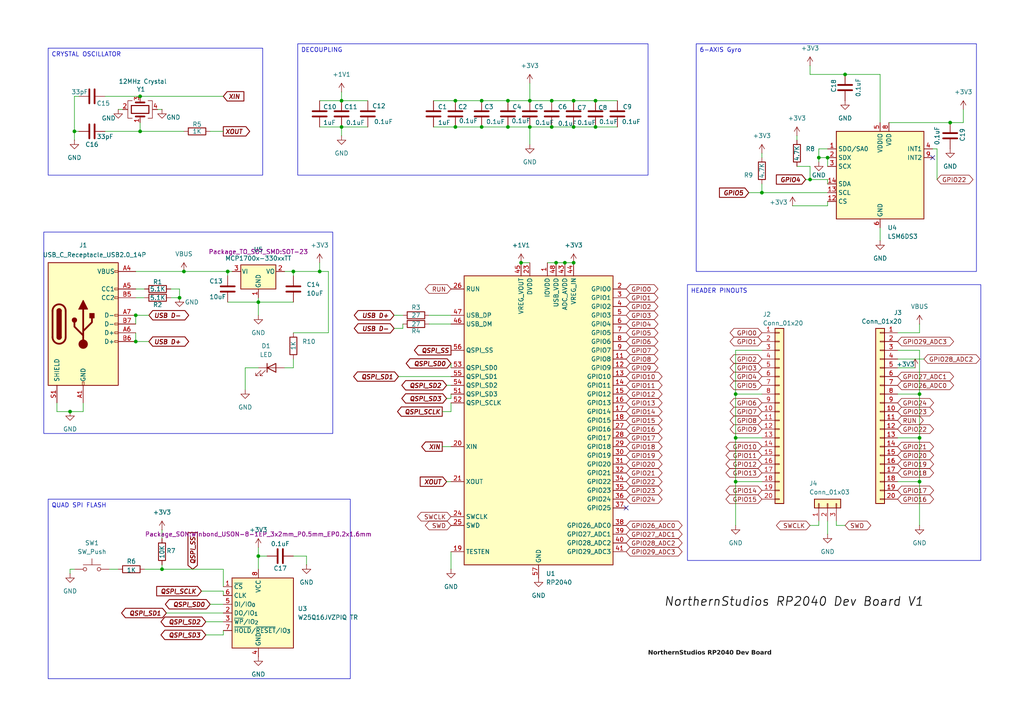
<source format=kicad_sch>
(kicad_sch (version 20250114) (generator "eeschema") (generator_version "9.0")
  (paper "A4")
  (lib_symbols
    (symbol "Connector:USB_C_Receptacle_USB2.0_14P" (pin_names (offset 1.016))
      (property "Reference" "J" (at 0 22.225 0))
      (property "Value" "USB_C_Receptacle_USB2.0_14P" (at 0 19.685 0))
      (symbol "USB_C_Receptacle_USB2.0_14P_1_1"
        (pin passive line (at -7.62 -22.86 90) (length 5.08) (name "SHIELD") (number "S1"))
        (pin passive line (at 0 -22.86 90) (length 5.08) (name "GND") (number "A1"))
        (pin passive line (at 0 -22.86 90) (length 5.08) (hide yes) (name "GND") (number "A12"))
        (pin passive line (at 0 -22.86 90) (length 5.08) (hide yes) (name "GND") (number "B1"))
        (pin passive line (at 0 -22.86 90) (length 5.08) (hide yes) (name "GND") (number "B12"))
        (pin passive line (at 15.24 15.24 180) (length 5.08) (name "VBUS") (number "A4"))
        (pin passive line (at 15.24 15.24 180) (length 5.08) (hide yes) (name "VBUS") (number "A9"))
        (pin passive line (at 15.24 15.24 180) (length 5.08) (hide yes) (name "VBUS") (number "B4"))
        (pin passive line (at 15.24 15.24 180) (length 5.08) (hide yes) (name "VBUS") (number "B9"))
        (pin bidirectional line (at 15.24 10.16 180) (length 5.08) (name "CC1") (number "A5"))
        (pin bidirectional line (at 15.24 7.62 180) (length 5.08) (name "CC2") (number "B5"))
        (pin bidirectional line (at 15.24 2.54 180) (length 5.08) (name "D-") (number "A7"))
        (pin bidirectional line (at 15.24 0 180) (length 5.08) (name "D-") (number "B7"))
        (pin bidirectional line (at 15.24 -2.54 180) (length 5.08) (name "D+") (number "A6"))
        (pin bidirectional line (at 15.24 -5.08 180) (length 5.08) (name "D+") (number "B6"))
      )
    )
    (symbol "Connector_Generic:Conn_01x03" (pin_names (offset 1.016) (hide yes))
      (property "Reference" "J" (at 0 5.08 0))
      (property "Value" "Conn_01x03" (at 0 -5.08 0))
      (symbol "Conn_01x03_1_1"
        (pin passive line (at -5.08 2.54 0) (length 3.81) (name "Pin_1") (number "1"))
        (pin passive line (at -5.08 0 0) (length 3.81) (name "Pin_2") (number "2"))
        (pin passive line (at -5.08 -2.54 0) (length 3.81) (name "Pin_3") (number "3"))
      )
    )
    (symbol "Connector_Generic:Conn_01x20" (pin_names (offset 1.016) (hide yes))
      (property "Reference" "J" (at 0 25.4 0))
      (property "Value" "Conn_01x20" (at 0 -27.94 0))
      (symbol "Conn_01x20_1_1"
        (pin passive line (at -5.08 22.86 0) (length 3.81) (name "Pin_1") (number "1"))
        (pin passive line (at -5.08 20.32 0) (length 3.81) (name "Pin_2") (number "2"))
        (pin passive line (at -5.08 17.78 0) (length 3.81) (name "Pin_3") (number "3"))
        (pin passive line (at -5.08 15.24 0) (length 3.81) (name "Pin_4") (number "4"))
        (pin passive line (at -5.08 12.7 0) (length 3.81) (name "Pin_5") (number "5"))
        (pin passive line (at -5.08 10.16 0) (length 3.81) (name "Pin_6") (number "6"))
        (pin passive line (at -5.08 7.62 0) (length 3.81) (name "Pin_7") (number "7"))
        (pin passive line (at -5.08 5.08 0) (length 3.81) (name "Pin_8") (number "8"))
        (pin passive line (at -5.08 2.54 0) (length 3.81) (name "Pin_9") (number "9"))
        (pin passive line (at -5.08 0 0) (length 3.81) (name "Pin_10") (number "10"))
        (pin passive line (at -5.08 -2.54 0) (length 3.81) (name "Pin_11") (number "11"))
        (pin passive line (at -5.08 -5.08 0) (length 3.81) (name "Pin_12") (number "12"))
        (pin passive line (at -5.08 -7.62 0) (length 3.81) (name "Pin_13") (number "13"))
        (pin passive line (at -5.08 -10.16 0) (length 3.81) (name "Pin_14") (number "14"))
        (pin passive line (at -5.08 -12.7 0) (length 3.81) (name "Pin_15") (number "15"))
        (pin passive line (at -5.08 -15.24 0) (length 3.81) (name "Pin_16") (number "16"))
        (pin passive line (at -5.08 -17.78 0) (length 3.81) (name "Pin_17") (number "17"))
        (pin passive line (at -5.08 -20.32 0) (length 3.81) (name "Pin_18") (number "18"))
        (pin passive line (at -5.08 -22.86 0) (length 3.81) (name "Pin_19") (number "19"))
        (pin passive line (at -5.08 -25.4 0) (length 3.81) (name "Pin_20") (number "20"))
      )
    )
    (symbol "Device:C" (pin_numbers (hide yes)) (pin_names (offset 0.254))
      (property "Reference" "C" (at 0.635 2.54 0))
      (property "Value" "C" (at 0.635 -2.54 0))
      (symbol "C_1_1"
        (pin passive line (at 0 3.81 270) (length 2.794) (name "~") (number "1"))
        (pin passive line (at 0 -3.81 90) (length 2.794) (name "~") (number "2"))
      )
    )
    (symbol "Device:Crystal_GND24" (pin_names (offset 1.016) (hide yes))
      (property "Reference" "Y" (at 3.175 5.08 0))
      (property "Value" "Crystal_GND24" (at 3.175 3.175 0))
      (symbol "Crystal_GND24_1_1"
        (pin passive line (at -3.81 0 0) (length 1.27) (name "1") (number "1"))
        (pin passive line (at 0 5.08 270) (length 1.27) (name "2") (number "2"))
        (pin passive line (at 0 -5.08 90) (length 1.27) (name "4") (number "4"))
        (pin passive line (at 3.81 0 180) (length 1.27) (name "3") (number "3"))
      )
    )
    (symbol "Device:LED" (pin_numbers (hide yes)) (pin_names (offset 1.016) (hide yes))
      (property "Reference" "D" (at 0 2.54 0))
      (property "Value" "LED" (at 0 -2.54 0))
      (symbol "LED_1_1"
        (pin passive line (at -3.81 0 0) (length 2.54) (name "K") (number "1"))
        (pin passive line (at 3.81 0 180) (length 2.54) (name "A") (number "2"))
      )
    )
    (symbol "Device:R" (pin_numbers (hide yes)) (pin_names (offset 0))
      (property "Reference" "R" (at 2.032 0 90))
      (property "Value" "R" (at 0 0 90))
      (symbol "R_1_1"
        (pin passive line (at 0 3.81 270) (length 1.27) (name "~") (number "1"))
        (pin passive line (at 0 -3.81 90) (length 1.27) (name "~") (number "2"))
      )
    )
    (symbol "MCU_RaspberryPi:RP2040"
      (property "Reference" "U" (at 17.78 45.72 0))
      (property "Value" "RP2040" (at 17.78 43.18 0))
      (symbol "RP2040_1_1"
        (pin input line (at -25.4 38.1 0) (length 3.81) (name "RUN") (number "26"))
        (pin bidirectional line (at -25.4 30.48 0) (length 3.81) (name "USB_DP") (number "47"))
        (pin bidirectional line (at -25.4 27.94 0) (length 3.81) (name "USB_DM") (number "46"))
        (pin bidirectional line (at -25.4 20.32 0) (length 3.81) (name "QSPI_SS") (number "56"))
        (pin bidirectional line (at -25.4 15.24 0) (length 3.81) (name "QSPI_SD0") (number "53"))
        (pin bidirectional line (at -25.4 12.7 0) (length 3.81) (name "QSPI_SD1") (number "55"))
        (pin bidirectional line (at -25.4 10.16 0) (length 3.81) (name "QSPI_SD2") (number "54"))
        (pin bidirectional line (at -25.4 7.62 0) (length 3.81) (name "QSPI_SD3") (number "51"))
        (pin output line (at -25.4 5.08 0) (length 3.81) (name "QSPI_SCLK") (number "52"))
        (pin input line (at -25.4 -7.62 0) (length 3.81) (name "XIN") (number "20"))
        (pin passive line (at -25.4 -17.78 0) (length 3.81) (name "XOUT") (number "21"))
        (pin input line (at -25.4 -27.94 0) (length 3.81) (name "SWCLK") (number "24"))
        (pin bidirectional line (at -25.4 -30.48 0) (length 3.81) (name "SWD") (number "25"))
        (pin input line (at -25.4 -38.1 0) (length 3.81) (name "TESTEN") (number "19"))
        (pin power_out line (at -5.08 45.72 270) (length 3.81) (name "VREG_VOUT") (number "45"))
        (pin power_in line (at -2.54 45.72 270) (length 3.81) (name "DVDD") (number "23"))
        (pin passive line (at -2.54 45.72 270) (length 3.81) (hide yes) (name "DVDD") (number "50"))
        (pin power_in line (at 0 -45.72 90) (length 3.81) (name "GND") (number "57"))
        (pin power_in line (at 2.54 45.72 270) (length 3.81) (name "IOVDD") (number "1"))
        (pin passive line (at 2.54 45.72 270) (length 3.81) (hide yes) (name "IOVDD") (number "10"))
        (pin passive line (at 2.54 45.72 270) (length 3.81) (hide yes) (name "IOVDD") (number "22"))
        (pin passive line (at 2.54 45.72 270) (length 3.81) (hide yes) (name "IOVDD") (number "33"))
        (pin passive line (at 2.54 45.72 270) (length 3.81) (hide yes) (name "IOVDD") (number "42"))
        (pin passive line (at 2.54 45.72 270) (length 3.81) (hide yes) (name "IOVDD") (number "49"))
        (pin power_in line (at 5.08 45.72 270) (length 3.81) (name "USB_VDD") (number "48"))
        (pin power_in line (at 7.62 45.72 270) (length 3.81) (name "ADC_AVDD") (number "43"))
        (pin power_in line (at 10.16 45.72 270) (length 3.81) (name "VREG_IN") (number "44"))
        (pin bidirectional line (at 25.4 38.1 180) (length 3.81) (name "GPIO0") (number "2"))
        (pin bidirectional line (at 25.4 35.56 180) (length 3.81) (name "GPIO1") (number "3"))
        (pin bidirectional line (at 25.4 33.02 180) (length 3.81) (name "GPIO2") (number "4"))
        (pin bidirectional line (at 25.4 30.48 180) (length 3.81) (name "GPIO3") (number "5"))
        (pin bidirectional line (at 25.4 27.94 180) (length 3.81) (name "GPIO4") (number "6"))
        (pin bidirectional line (at 25.4 25.4 180) (length 3.81) (name "GPIO5") (number "7"))
        (pin bidirectional line (at 25.4 22.86 180) (length 3.81) (name "GPIO6") (number "8"))
        (pin bidirectional line (at 25.4 20.32 180) (length 3.81) (name "GPIO7") (number "9"))
        (pin bidirectional line (at 25.4 17.78 180) (length 3.81) (name "GPIO8") (number "11"))
        (pin bidirectional line (at 25.4 15.24 180) (length 3.81) (name "GPIO9") (number "12"))
        (pin bidirectional line (at 25.4 12.7 180) (length 3.81) (name "GPIO10") (number "13"))
        (pin bidirectional line (at 25.4 10.16 180) (length 3.81) (name "GPIO11") (number "14"))
        (pin bidirectional line (at 25.4 7.62 180) (length 3.81) (name "GPIO12") (number "15"))
        (pin bidirectional line (at 25.4 5.08 180) (length 3.81) (name "GPIO13") (number "16"))
        (pin bidirectional line (at 25.4 2.54 180) (length 3.81) (name "GPIO14") (number "17"))
        (pin bidirectional line (at 25.4 0 180) (length 3.81) (name "GPIO15") (number "18"))
        (pin bidirectional line (at 25.4 -2.54 180) (length 3.81) (name "GPIO16") (number "27"))
        (pin bidirectional line (at 25.4 -5.08 180) (length 3.81) (name "GPIO17") (number "28"))
        (pin bidirectional line (at 25.4 -7.62 180) (length 3.81) (name "GPIO18") (number "29"))
        (pin bidirectional line (at 25.4 -10.16 180) (length 3.81) (name "GPIO19") (number "30"))
        (pin bidirectional line (at 25.4 -12.7 180) (length 3.81) (name "GPIO20") (number "31"))
        (pin bidirectional line (at 25.4 -15.24 180) (length 3.81) (name "GPIO21") (number "32"))
        (pin bidirectional line (at 25.4 -17.78 180) (length 3.81) (name "GPIO22") (number "34"))
        (pin bidirectional line (at 25.4 -20.32 180) (length 3.81) (name "GPIO23") (number "35"))
        (pin bidirectional line (at 25.4 -22.86 180) (length 3.81) (name "GPIO24") (number "36"))
        (pin bidirectional line (at 25.4 -25.4 180) (length 3.81) (name "GPIO25") (number "37"))
        (pin bidirectional line (at 25.4 -30.48 180) (length 3.81) (name "GPIO26_ADC0") (number "38"))
        (pin bidirectional line (at 25.4 -33.02 180) (length 3.81) (name "GPIO27_ADC1") (number "39"))
        (pin bidirectional line (at 25.4 -35.56 180) (length 3.81) (name "GPIO28_ADC2") (number "40"))
        (pin bidirectional line (at 25.4 -38.1 180) (length 3.81) (name "GPIO29_ADC3") (number "41"))
      )
    )
    (symbol "Memory_Flash:W25Q128JVS"
      (property "Reference" "U" (at -6.35 11.43 0))
      (property "Value" "W25Q128JVS" (at 7.62 11.43 0))
      (symbol "W25Q128JVS_1_1"
        (pin input line (at -10.16 7.62 0) (length 2.54) (name "~{CS}") (number "1"))
        (pin input line (at -10.16 5.08 0) (length 2.54) (name "CLK") (number "6"))
        (pin bidirectional line (at -10.16 2.54 0) (length 2.54) (name "DI/IO_{0}") (number "5"))
        (pin bidirectional line (at -10.16 0 0) (length 2.54) (name "DO/IO_{1}") (number "2"))
        (pin bidirectional line (at -10.16 -2.54 0) (length 2.54) (name "~{WP}/IO_{2}") (number "3"))
        (pin bidirectional line (at -10.16 -5.08 0) (length 2.54) (name "~{HOLD}/~{RESET}/IO_{3}") (number "7"))
        (pin power_in line (at 0 12.7 270) (length 2.54) (name "VCC") (number "8"))
        (pin power_in line (at 0 -12.7 90) (length 2.54) (name "GND") (number "4"))
      )
    )
    (symbol "Regulator_Linear:MCP1700x-330xxTT" (pin_names (offset 0.254))
      (property "Reference" "U" (at -3.81 3.175 0))
      (property "Value" "MCP1700x-330xxTT" (at 0 3.175 0))
      (symbol "MCP1700x-330xxTT_1_1"
        (pin power_in line (at -7.62 0 0) (length 2.54) (name "VI") (number "3"))
        (pin power_in line (at 0 -7.62 90) (length 2.54) (name "GND") (number "1"))
        (pin power_out line (at 7.62 0 180) (length 2.54) (name "VO") (number "2"))
      )
    )
    (symbol "Sensor_Motion:LSM6DS3"
      (property "Reference" "U" (at -11.43 15.24 0))
      (property "Value" "LSM6DS3" (at -11.43 12.7 0))
      (symbol "LSM6DS3_1_1"
        (pin bidirectional line (at -15.24 7.62 0) (length 2.54) (name "SDO/SA0") (number "1"))
        (pin bidirectional line (at -15.24 5.08 0) (length 2.54) (name "SDX") (number "2"))
        (pin input line (at -15.24 2.54 0) (length 2.54) (name "SCX") (number "3"))
        (pin bidirectional line (at -15.24 -2.54 0) (length 2.54) (name "SDA") (number "14"))
        (pin input line (at -15.24 -5.08 0) (length 2.54) (name "SCL") (number "13"))
        (pin input line (at -15.24 -7.62 0) (length 2.54) (name "CS") (number "12"))
        (pin power_in line (at 0 15.24 270) (length 2.54) (name "VDDIO") (number "5"))
        (pin power_in line (at 0 -15.24 90) (length 2.54) (name "GND") (number "6"))
        (pin passive line (at 0 -15.24 90) (length 2.54) (hide yes) (name "GND") (number "7"))
        (pin power_in line (at 2.54 15.24 270) (length 2.54) (name "VDD") (number "8"))
        (pin no_connect line (at 12.7 -2.54 180) (length 3.81) (hide yes) (name "NC") (number "11"))
        (pin no_connect line (at 12.7 -5.08 180) (length 3.81) (hide yes) (name "NC") (number "10"))
        (pin output line (at 15.24 7.62 180) (length 2.54) (name "INT1") (number "4"))
        (pin output line (at 15.24 5.08 180) (length 2.54) (name "INT2") (number "9"))
      )
    )
    (symbol "Switch:SW_Push" (pin_numbers (hide yes)) (pin_names (offset 1.016) (hide yes))
      (property "Reference" "SW" (at 1.27 2.54 0))
      (property "Value" "SW_Push" (at 0 -1.524 0))
      (symbol "SW_Push_0_1"
        (pin passive line (at -5.08 0 0) (length 2.54) (name "1") (number "1"))
        (pin passive line (at 5.08 0 180) (length 2.54) (name "2") (number "2"))
      )
    )
    (symbol "power:+1V1" (power) (pin_numbers (hide yes)) (pin_names (offset 0) (hide yes))
      (property "Value" "+1V1" (at 0 3.556 0))
      (symbol "+1V1_1_1"
        (pin power_in line (at 0 0 90) (length 0) (name "~") (number "1"))
      )
    )
    (symbol "power:+3V3" (power) (pin_numbers (hide yes)) (pin_names (offset 0) (hide yes))
      (property "Value" "+3V3" (at 0 3.556 0))
      (symbol "+3V3_1_1"
        (pin power_in line (at 0 0 90) (length 0) (name "~") (number "1"))
      )
    )
    (symbol "power:GND" (power) (pin_numbers (hide yes)) (pin_names (offset 0) (hide yes))
      (property "Value" "GND" (at 0 -3.81 0))
      (symbol "GND_1_1"
        (pin power_in line (at 0 0 270) (length 0) (name "~") (number "1"))
      )
    )
    (symbol "power:VBUS" (power) (pin_numbers (hide yes)) (pin_names (offset 0) (hide yes))
      (property "Value" "VBUS" (at 0 3.556 0))
      (symbol "VBUS_1_1"
        (pin power_in line (at 0 0 90) (length 0) (name "~") (number "1"))
      )
    )
  )
  (text_box "QUAD SPI FLASH" (at 13.97 144.78 0) (size 87.63 52.07) (margins 0.9525 0.9525 0.9525 0.9525) (effects (font (size 1.27 1.27)) (justify left top)))
  (text_box "HEADER PINOUTS" (at 199.39 82.55 0) (size 85.09 80.01) (margins 0.9525 0.9525 0.9525 0.9525) (effects (font (size 1.27 1.27)) (justify left top)))
  (text_box "DECOUPLING" (at 86.36 12.7 0) (size 101.6 38.1) (margins 0.9525 0.9525 0.9525 0.9525) (effects (font (size 1.27 1.27)) (justify left top)))
  (text_box "6-AXIS Gyro\n" (at 201.93 12.7 0) (size 81.28 66.04) (margins 0.9525 0.9525 0.9525 0.9525) (effects (font (size 1.27 1.27)) (justify left top)))
  (text_box "" (at 12.7 67.31 0) (size 83.82 58.42) (margins 0.9525 0.9525 0.9525 0.9525) (effects (font (size 1.27 1.27)) (justify left top)))
  (text_box "CRYSTAL OSCILLATOR\n" (at 13.97 13.97 0) (size 62.23 36.83) (margins 0.9525 0.9525 0.9525 0.9525) (effects (font (size 1.27 1.27)) (justify left top)))
  (junction (at 213.36 127))
  (junction (at 160.02 36.83))
  (junction (at 20.32 119.38))
  (junction (at 266.7 114.3))
  (junction (at 172.72 36.83))
  (junction (at 160.02 29.21))
  (junction (at 240.03 45.72))
  (junction (at 139.7 29.21))
  (junction (at 85.09 78.74))
  (junction (at 99.06 36.83))
  (junction (at 213.36 139.7))
  (junction (at 153.67 36.83))
  (junction (at 266.7 127))
  (junction (at 151.13 76.2))
  (junction (at 237.49 45.72))
  (junction (at 52.07 86.36))
  (junction (at 245.11 21.59))
  (junction (at 92.71 78.74))
  (junction (at 234.95 52.07))
  (junction (at 74.93 161.29))
  (junction (at 147.32 36.83))
  (junction (at 213.36 114.3))
  (junction (at 139.7 36.83))
  (junction (at 161.29 76.2))
  (junction (at 39.37 99.06))
  (junction (at 166.37 29.21))
  (junction (at 99.06 29.21))
  (junction (at 46.99 165.1))
  (junction (at 74.93 87.63))
  (junction (at 172.72 29.21))
  (junction (at 147.32 29.21))
  (junction (at 53.34 78.74))
  (junction (at 21.59 38.1))
  (junction (at 153.67 29.21))
  (junction (at 275.59 35.56))
  (junction (at 163.83 76.2))
  (junction (at 166.37 76.2))
  (junction (at 220.98 55.88))
  (junction (at 66.04 78.74))
  (junction (at 39.37 91.44))
  (junction (at 40.64 38.1))
  (junction (at 40.64 27.94))
  (junction (at 266.7 139.7))
  (junction (at 166.37 36.83))
  (junction (at 132.08 29.21))
  (junction (at 132.08 36.83))
  (no_connect (at 270.51 45.72))
  (no_connect (at 181.61 147.32))
  (wire (pts (xy 125.73 36.83) (xy 132.08 36.83)))
  (wire (pts (xy 39.37 99.06) (xy 43.18 99.06)))
  (wire (pts (xy 64.77 165.1) (xy 64.77 170.18)))
  (wire (pts (xy 266.7 101.6) (xy 266.7 114.3)))
  (wire (pts (xy 163.83 76.2) (xy 166.37 76.2)))
  (wire (pts (xy 114.3 91.44) (xy 116.84 91.44)))
  (wire (pts (xy 21.59 27.94) (xy 21.59 38.1)))
  (wire (pts (xy 153.67 29.21) (xy 160.02 29.21)))
  (wire (pts (xy 242.57 151.13) (xy 242.57 152.4)))
  (wire (pts (xy 213.36 127) (xy 213.36 139.7)))
  (wire (pts (xy 74.93 87.63) (xy 85.09 87.63)))
  (wire (pts (xy 151.13 76.2) (xy 153.67 76.2)))
  (wire (pts (xy 20.32 165.1) (xy 20.32 166.37)))
  (wire (pts (xy 39.37 96.52) (xy 39.37 99.06)))
  (wire (pts (xy 46.99 165.1) (xy 64.77 165.1)))
  (wire (pts (xy 257.81 35.56) (xy 275.59 35.56)))
  (wire (pts (xy 71.12 106.68) (xy 71.12 113.03)))
  (wire (pts (xy 266.7 127) (xy 266.7 139.7)))
  (wire (pts (xy 220.98 53.34) (xy 220.98 55.88)))
  (wire (pts (xy 40.64 35.56) (xy 40.64 38.1)))
  (wire (pts (xy 24.13 116.84) (xy 24.13 119.38)))
  (wire (pts (xy 213.36 127) (xy 220.98 127)))
  (wire (pts (xy 31.75 165.1) (xy 34.29 165.1)))
  (wire (pts (xy 130.81 91.44) (xy 124.46 91.44)))
  (wire (pts (xy 130.81 114.3) (xy 130.81 115.57)))
  (wire (pts (xy 30.48 27.94) (xy 40.64 27.94)))
  (wire (pts (xy 41.91 165.1) (xy 46.99 165.1)))
  (wire (pts (xy 116.84 95.25) (xy 116.84 93.98)))
  (wire (pts (xy 130.81 119.38) (xy 130.81 116.84)))
  (wire (pts (xy 49.53 86.36) (xy 52.07 86.36)))
  (wire (pts (xy 85.09 78.74) (xy 92.71 78.74)))
  (wire (pts (xy 21.59 38.1) (xy 21.59 40.64)))
  (wire (pts (xy 153.67 36.83) (xy 153.67 41.91)))
  (wire (pts (xy 130.81 105.41) (xy 130.81 106.68)))
  (wire (pts (xy 53.34 78.74) (xy 66.04 78.74)))
  (wire (pts (xy 114.3 95.25) (xy 116.84 95.25)))
  (wire (pts (xy 60.96 38.1) (xy 64.77 38.1)))
  (wire (pts (xy 125.73 29.21) (xy 132.08 29.21)))
  (wire (pts (xy 128.27 119.38) (xy 130.81 119.38)))
  (wire (pts (xy 160.02 29.21) (xy 166.37 29.21)))
  (wire (pts (xy 22.86 27.94) (xy 21.59 27.94)))
  (wire (pts (xy 92.71 78.74) (xy 92.71 76.2)))
  (wire (pts (xy 158.75 76.2) (xy 161.29 76.2)))
  (wire (pts (xy 92.71 36.83) (xy 99.06 36.83)))
  (wire (pts (xy 46.99 153.67) (xy 46.99 156.21)))
  (wire (pts (xy 242.57 152.4) (xy 245.11 152.4)))
  (wire (pts (xy 240.03 58.42) (xy 240.03 59.69)))
  (wire (pts (xy 266.7 114.3) (xy 266.7 127)))
  (wire (pts (xy 64.77 171.45) (xy 64.77 172.72)))
  (wire (pts (xy 21.59 165.1) (xy 20.32 165.1)))
  (wire (pts (xy 255.27 21.59) (xy 255.27 35.56)))
  (wire (pts (xy 129.54 111.76) (xy 130.81 111.76)))
  (wire (pts (xy 260.35 96.52) (xy 266.7 96.52)))
  (wire (pts (xy 99.06 29.21) (xy 106.68 29.21)))
  (wire (pts (xy 234.95 52.07) (xy 234.95 48.26)))
  (wire (pts (xy 153.67 36.83) (xy 160.02 36.83)))
  (wire (pts (xy 237.49 43.18) (xy 237.49 45.72)))
  (wire (pts (xy 48.26 177.8) (xy 64.77 177.8)))
  (wire (pts (xy 74.93 161.29) (xy 74.93 165.1)))
  (wire (pts (xy 245.11 21.59) (xy 234.95 21.59)))
  (wire (pts (xy 59.69 180.34) (xy 64.77 180.34)))
  (wire (pts (xy 74.93 91.44) (xy 74.93 87.63)))
  (wire (pts (xy 85.09 78.74) (xy 85.09 80.01)))
  (wire (pts (xy 166.37 29.21) (xy 172.72 29.21)))
  (wire (pts (xy 237.49 151.13) (xy 237.49 152.4)))
  (wire (pts (xy 229.87 59.69) (xy 240.03 59.69)))
  (wire (pts (xy 130.81 160.02) (xy 130.81 165.1)))
  (wire (pts (xy 255.27 21.59) (xy 245.11 21.59)))
  (wire (pts (xy 39.37 91.44) (xy 39.37 93.98)))
  (wire (pts (xy 213.36 114.3) (xy 213.36 127)))
  (wire (pts (xy 45.72 31.75) (xy 46.99 31.75)))
  (wire (pts (xy 20.32 119.38) (xy 16.51 119.38)))
  (wire (pts (xy 139.7 29.21) (xy 147.32 29.21)))
  (wire (pts (xy 74.93 161.29) (xy 77.47 161.29)))
  (wire (pts (xy 74.93 106.68) (xy 71.12 106.68)))
  (wire (pts (xy 66.04 87.63) (xy 74.93 87.63)))
  (wire (pts (xy 99.06 36.83) (xy 99.06 39.37)))
  (wire (pts (xy 85.09 104.14) (xy 85.09 106.68)))
  (wire (pts (xy 132.08 36.83) (xy 139.7 36.83)))
  (wire (pts (xy 234.95 48.26) (xy 231.14 48.26)))
  (wire (pts (xy 49.53 83.82) (xy 52.07 83.82)))
  (wire (pts (xy 24.13 119.38) (xy 20.32 119.38)))
  (wire (pts (xy 64.77 184.15) (xy 64.77 182.88)))
  (wire (pts (xy 237.49 152.4) (xy 234.95 152.4)))
  (wire (pts (xy 130.81 115.57) (xy 129.54 115.57)))
  (wire (pts (xy 129.54 139.7) (xy 130.81 139.7)))
  (wire (pts (xy 39.37 86.36) (xy 41.91 86.36)))
  (wire (pts (xy 21.59 38.1) (xy 22.86 38.1)))
  (wire (pts (xy 66.04 78.74) (xy 67.31 78.74)))
  (wire (pts (xy 92.71 29.21) (xy 99.06 29.21)))
  (wire (pts (xy 74.93 158.75) (xy 74.93 161.29)))
  (wire (pts (xy 92.71 78.74) (xy 95.25 78.74)))
  (wire (pts (xy 30.48 38.1) (xy 40.64 38.1)))
  (wire (pts (xy 128.27 129.54) (xy 130.81 129.54)))
  (wire (pts (xy 34.29 31.75) (xy 35.56 31.75)))
  (wire (pts (xy 213.36 114.3) (xy 220.98 114.3)))
  (wire (pts (xy 240.03 43.18) (xy 237.49 43.18)))
  (wire (pts (xy 85.09 161.29) (xy 88.9 161.29)))
  (wire (pts (xy 99.06 26.67) (xy 99.06 29.21)))
  (wire (pts (xy 74.93 87.63) (xy 74.93 86.36)))
  (wire (pts (xy 85.09 106.68) (xy 82.55 106.68)))
  (wire (pts (xy 124.46 93.98) (xy 130.81 93.98)))
  (wire (pts (xy 231.14 39.37) (xy 231.14 40.64)))
  (wire (pts (xy 161.29 76.2) (xy 163.83 76.2)))
  (wire (pts (xy 220.98 101.6) (xy 213.36 101.6)))
  (wire (pts (xy 266.7 139.7) (xy 266.7 152.4)))
  (wire (pts (xy 260.35 127) (xy 266.7 127)))
  (wire (pts (xy 234.95 21.59) (xy 234.95 19.05)))
  (wire (pts (xy 260.35 106.68) (xy 265.43 106.68)))
  (wire (pts (xy 234.95 52.07) (xy 240.03 52.07)))
  (wire (pts (xy 266.7 96.52) (xy 266.7 93.98)))
  (wire (pts (xy 240.03 52.07) (xy 240.03 53.34)))
  (wire (pts (xy 147.32 29.21) (xy 153.67 29.21)))
  (wire (pts (xy 240.03 151.13) (xy 240.03 154.94)))
  (wire (pts (xy 40.64 27.94) (xy 64.77 27.94)))
  (wire (pts (xy 95.25 78.74) (xy 95.25 96.52)))
  (wire (pts (xy 39.37 78.74) (xy 53.34 78.74)))
  (wire (pts (xy 260.35 139.7) (xy 266.7 139.7)))
  (wire (pts (xy 82.55 78.74) (xy 85.09 78.74)))
  (wire (pts (xy 39.37 91.44) (xy 43.18 91.44)))
  (wire (pts (xy 166.37 36.83) (xy 172.72 36.83)))
  (wire (pts (xy 153.67 24.13) (xy 153.67 29.21)))
  (wire (pts (xy 59.69 184.15) (xy 64.77 184.15)))
  (wire (pts (xy 66.04 78.74) (xy 66.04 80.01)))
  (wire (pts (xy 279.4 35.56) (xy 279.4 31.75)))
  (wire (pts (xy 213.36 101.6) (xy 213.36 114.3)))
  (wire (pts (xy 255.27 66.04) (xy 255.27 69.85)))
  (wire (pts (xy 217.17 55.88) (xy 220.98 55.88)))
  (wire (pts (xy 172.72 29.21) (xy 179.07 29.21)))
  (wire (pts (xy 233.68 52.07) (xy 234.95 52.07)))
  (wire (pts (xy 99.06 36.83) (xy 106.68 36.83)))
  (wire (pts (xy 220.98 44.45) (xy 220.98 45.72)))
  (wire (pts (xy 160.02 36.83) (xy 166.37 36.83)))
  (wire (pts (xy 220.98 55.88) (xy 240.03 55.88)))
  (wire (pts (xy 139.7 36.83) (xy 147.32 36.83)))
  (wire (pts (xy 213.36 139.7) (xy 213.36 152.4)))
  (wire (pts (xy 260.35 101.6) (xy 266.7 101.6)))
  (wire (pts (xy 147.32 36.83) (xy 153.67 36.83)))
  (wire (pts (xy 60.96 175.26) (xy 64.77 175.26)))
  (wire (pts (xy 16.51 119.38) (xy 16.51 116.84)))
  (wire (pts (xy 40.64 38.1) (xy 53.34 38.1)))
  (wire (pts (xy 52.07 83.82) (xy 52.07 86.36)))
  (wire (pts (xy 88.9 161.29) (xy 88.9 163.83)))
  (wire (pts (xy 132.08 29.21) (xy 139.7 29.21)))
  (wire (pts (xy 275.59 35.56) (xy 279.4 35.56)))
  (wire (pts (xy 237.49 46.99) (xy 237.49 45.72)))
  (wire (pts (xy 237.49 45.72) (xy 240.03 45.72)))
  (wire (pts (xy 270.51 43.18) (xy 271.78 43.18)))
  (wire (pts (xy 58.42 171.45) (xy 64.77 171.45)))
  (wire (pts (xy 213.36 139.7) (xy 220.98 139.7)))
  (wire (pts (xy 260.35 114.3) (xy 266.7 114.3)))
  (wire (pts (xy 271.78 43.18) (xy 271.78 52.07)))
  (wire (pts (xy 172.72 36.83) (xy 179.07 36.83)))
  (wire (pts (xy 95.25 96.52) (xy 85.09 96.52)))
  (wire (pts (xy 240.03 45.72) (xy 240.03 48.26)))
  (wire (pts (xy 115.57 109.22) (xy 130.81 109.22)))
  (wire (pts (xy 39.37 83.82) (xy 41.91 83.82)))
  (wire (pts (xy 260.35 104.14) (xy 267.97 104.14)))
  (wire (pts (xy 46.99 163.83) (xy 46.99 165.1)))
  (label "NorthernStudios RP2040 Dev Board V1" (at 267.97 176.53 180) (effects (font (size 2.54 2.54) (thickness 0.254) (bold yes) (italic yes))))
  (label "NorthernStudios RP2040 Dev Board" (at 187.96 190.5 0) (effects (font (bold yes) (italic yes))))
  (global_label "GPIO28_ADC2" (shape bidirectional) (at 267.97 104.14 0) (property "Intersheetrefs" "${INTERSHEET_REFS}" (effects (hide yes))))
  (global_label "GPIO19" (shape bidirectional) (at 260.35 134.62 0) (property "Intersheetrefs" "${INTERSHEET_REFS}" (effects (hide yes))))
  (global_label "GPIO1" (shape bidirectional) (at 181.61 86.36 0) (property "Intersheetrefs" "${INTERSHEET_REFS}" (effects (hide yes))))
  (global_label "SWD" (shape bidirectional) (at 130.81 152.4 180) (property "Intersheetrefs" "${INTERSHEET_REFS}" (effects (hide yes))))
  (global_label "GPIO14" (shape bidirectional) (at 220.98 142.24 180) (property "Intersheetrefs" "${INTERSHEET_REFS}" (effects (hide yes))))
  (global_label "GPIO4" (shape bidirectional) (at 220.98 109.22 180) (property "Intersheetrefs" "${INTERSHEET_REFS}" (effects (hide yes))))
  (global_label "GPIO22" (shape bidirectional) (at 271.78 52.07 0) (property "Intersheetrefs" "${INTERSHEET_REFS}" (effects (hide yes))))
  (global_label "QSPI_SD3" (shape bidirectional) (at 59.69 184.15 180) (effects (font (thickness 0.254) (bold yes) (italic yes))) (property "Intersheetrefs" "${INTERSHEET_REFS}" (effects (hide yes))))
  (global_label "GPIO24" (shape bidirectional) (at 260.35 116.84 0) (property "Intersheetrefs" "${INTERSHEET_REFS}" (effects (hide yes))))
  (global_label "GPIO3" (shape bidirectional) (at 181.61 91.44 0) (property "Intersheetrefs" "${INTERSHEET_REFS}" (effects (hide yes))))
  (global_label "QSPI_SD0" (shape bidirectional) (at 130.81 105.41 180) (effects (font (thickness 0.254) (bold yes) (italic yes))) (property "Intersheetrefs" "${INTERSHEET_REFS}" (effects (hide yes))))
  (global_label "GPIO10" (shape bidirectional) (at 181.61 109.22 0) (property "Intersheetrefs" "${INTERSHEET_REFS}" (effects (hide yes))))
  (global_label "QSPI_SD2" (shape bidirectional) (at 129.54 111.76 180) (effects (font (thickness 0.254) (bold yes) (italic yes))) (property "Intersheetrefs" "${INTERSHEET_REFS}" (effects (hide yes))))
  (global_label "GPIO22" (shape bidirectional) (at 181.61 139.7 0) (property "Intersheetrefs" "${INTERSHEET_REFS}" (effects (hide yes))))
  (global_label "GPIO7" (shape bidirectional) (at 220.98 119.38 180) (property "Intersheetrefs" "${INTERSHEET_REFS}" (effects (hide yes))))
  (global_label "GPIO16" (shape bidirectional) (at 260.35 144.78 0) (property "Intersheetrefs" "${INTERSHEET_REFS}" (effects (hide yes))))
  (global_label "GPIO2" (shape bidirectional) (at 181.61 88.9 0) (property "Intersheetrefs" "${INTERSHEET_REFS}" (effects (hide yes))))
  (global_label "GPIO6" (shape bidirectional) (at 181.61 99.06 0) (property "Intersheetrefs" "${INTERSHEET_REFS}" (effects (hide yes))))
  (global_label "GPIO28_ADC2" (shape bidirectional) (at 181.61 157.48 0) (property "Intersheetrefs" "${INTERSHEET_REFS}" (effects (hide yes))))
  (global_label "RUN" (shape bidirectional) (at 260.35 121.92 0) (property "Intersheetrefs" "${INTERSHEET_REFS}" (effects (hide yes))))
  (global_label "GPIO19" (shape bidirectional) (at 181.61 132.08 0) (property "Intersheetrefs" "${INTERSHEET_REFS}" (effects (hide yes))))
  (global_label "GPIO27_ADC1" (shape bidirectional) (at 260.35 109.22 0) (property "Intersheetrefs" "${INTERSHEET_REFS}" (effects (hide yes))))
  (global_label "GPIO7" (shape bidirectional) (at 181.61 101.6 0) (property "Intersheetrefs" "${INTERSHEET_REFS}" (effects (hide yes))))
  (global_label "QSPI_SD0" (shape bidirectional) (at 60.96 175.26 180) (effects (font (thickness 0.254) (bold yes) (italic yes))) (property "Intersheetrefs" "${INTERSHEET_REFS}" (effects (hide yes))))
  (global_label "GPIO14" (shape bidirectional) (at 181.61 119.38 0) (property "Intersheetrefs" "${INTERSHEET_REFS}" (effects (hide yes))))
  (global_label "GPIO8" (shape bidirectional) (at 220.98 121.92 180) (property "Intersheetrefs" "${INTERSHEET_REFS}" (effects (hide yes))))
  (global_label "USB D+" (shape bidirectional) (at 43.18 99.06 0) (effects (font (thickness 0.254) (bold yes) (italic yes))) (property "Intersheetrefs" "${INTERSHEET_REFS}" (effects (hide yes))))
  (global_label "GPIO18" (shape bidirectional) (at 181.61 129.54 0) (property "Intersheetrefs" "${INTERSHEET_REFS}" (effects (hide yes))))
  (global_label "GPIO20" (shape bidirectional) (at 260.35 132.08 0) (property "Intersheetrefs" "${INTERSHEET_REFS}" (effects (hide yes))))
  (global_label "GPIO15" (shape bidirectional) (at 220.98 144.78 180) (property "Intersheetrefs" "${INTERSHEET_REFS}" (effects (hide yes))))
  (global_label "GPIO0" (shape bidirectional) (at 220.98 96.52 180) (effects (font (thickness 0.1588))) (property "Intersheetrefs" "${INTERSHEET_REFS}" (effects (hide yes))))
  (global_label "QSPI_SS" (shape output) (at 130.81 101.6 180) (effects (font (thickness 0.254) (bold yes) (italic yes))) (property "Intersheetrefs" "${INTERSHEET_REFS}" (effects (hide yes))))
  (global_label "GPIO16" (shape bidirectional) (at 181.61 124.46 0) (property "Intersheetrefs" "${INTERSHEET_REFS}" (effects (hide yes))))
  (global_label "XIN" (shape output) (at 128.27 129.54 180) (effects (font (thickness 0.254) (bold yes) (italic yes))) (property "Intersheetrefs" "${INTERSHEET_REFS}" (effects (hide yes))))
  (global_label "GPIO6" (shape bidirectional) (at 220.98 116.84 180) (property "Intersheetrefs" "${INTERSHEET_REFS}" (effects (hide yes))))
  (global_label "GPIO0" (shape bidirectional) (at 181.61 83.82 0) (effects (font (thickness 0.1588))) (property "Intersheetrefs" "${INTERSHEET_REFS}" (effects (hide yes))))
  (global_label "GPIO5" (shape input) (at 217.17 55.88 180) (effects (font (thickness 0.254) (bold yes) (italic yes))) (property "Intersheetrefs" "${INTERSHEET_REFS}" (effects (hide yes))))
  (global_label "GPIO21" (shape bidirectional) (at 181.61 137.16 0) (property "Intersheetrefs" "${INTERSHEET_REFS}" (effects (hide yes))))
  (global_label "GPIO26_ADC0" (shape bidirectional) (at 260.35 111.76 0) (property "Intersheetrefs" "${INTERSHEET_REFS}" (effects (hide yes))))
  (global_label "QSPI_SD1" (shape bidirectional) (at 115.57 109.22 180) (effects (font (thickness 0.254) (bold yes) (italic yes))) (property "Intersheetrefs" "${INTERSHEET_REFS}" (effects (hide yes))))
  (global_label "QSPI_SD2" (shape bidirectional) (at 59.69 180.34 180) (effects (font (thickness 0.254) (bold yes) (italic yes))) (property "Intersheetrefs" "${INTERSHEET_REFS}" (effects (hide yes))))
  (global_label "SWCLK" (shape bidirectional) (at 234.95 152.4 180) (property "Intersheetrefs" "${INTERSHEET_REFS}" (effects (hide yes))))
  (global_label "SWCLK" (shape bidirectional) (at 130.81 149.86 180) (property "Intersheetrefs" "${INTERSHEET_REFS}" (effects (hide yes))))
  (global_label "GPIO4" (shape input) (at 233.68 52.07 180) (effects (font (thickness 0.254) (bold yes) (italic yes))) (property "Intersheetrefs" "${INTERSHEET_REFS}" (effects (hide yes))))
  (global_label "GPIO5" (shape bidirectional) (at 181.61 96.52 0) (property "Intersheetrefs" "${INTERSHEET_REFS}" (effects (hide yes))))
  (global_label "GPIO29_ADC3" (shape bidirectional) (at 260.35 99.06 0) (property "Intersheetrefs" "${INTERSHEET_REFS}" (effects (hide yes))))
  (global_label "GPIO10" (shape bidirectional) (at 220.98 129.54 180) (property "Intersheetrefs" "${INTERSHEET_REFS}" (effects (hide yes))))
  (global_label "XOUT" (shape input) (at 129.54 139.7 180) (effects (font (thickness 0.254) (bold yes) (italic yes))) (property "Intersheetrefs" "${INTERSHEET_REFS}" (effects (hide yes))))
  (global_label "QSPI_SD1" (shape bidirectional) (at 48.26 177.8 180) (effects (font (thickness 0.254) (bold yes) (italic yes))) (property "Intersheetrefs" "${INTERSHEET_REFS}" (effects (hide yes))))
  (global_label "GPIO13" (shape bidirectional) (at 220.98 137.16 180) (property "Intersheetrefs" "${INTERSHEET_REFS}" (effects (hide yes))))
  (global_label "GPIO20" (shape bidirectional) (at 181.61 134.62 0) (property "Intersheetrefs" "${INTERSHEET_REFS}" (effects (hide yes))))
  (global_label "GPIO27_ADC1" (shape bidirectional) (at 181.61 154.94 0) (property "Intersheetrefs" "${INTERSHEET_REFS}" (effects (hide yes))))
  (global_label "GPIO17" (shape bidirectional) (at 260.35 142.24 0) (property "Intersheetrefs" "${INTERSHEET_REFS}" (effects (hide yes))))
  (global_label "XOUT" (shape output) (at 64.77 38.1 0) (effects (font (thickness 0.254) (bold yes) (italic yes))) (property "Intersheetrefs" "${INTERSHEET_REFS}" (effects (hide yes))))
  (global_label "GPIO11" (shape bidirectional) (at 220.98 132.08 180) (property "Intersheetrefs" "${INTERSHEET_REFS}" (effects (hide yes))))
  (global_label "GPIO24" (shape bidirectional) (at 181.61 144.78 0) (property "Intersheetrefs" "${INTERSHEET_REFS}" (effects (hide yes))))
  (global_label "GPIO4" (shape bidirectional) (at 181.61 93.98 0) (property "Intersheetrefs" "${INTERSHEET_REFS}" (effects (hide yes))))
  (global_label "QSPI_SD3" (shape bidirectional) (at 129.54 115.57 180) (effects (font (thickness 0.254) (bold yes) (italic yes))) (property "Intersheetrefs" "${INTERSHEET_REFS}" (effects (hide yes))))
  (global_label "QSPI_SCLK" (shape input) (at 58.42 171.45 180) (effects (font (thickness 0.254) (bold yes) (italic yes))) (property "Intersheetrefs" "${INTERSHEET_REFS}" (effects (hide yes))))
  (global_label "GPIO23" (shape bidirectional) (at 181.61 142.24 0) (property "Intersheetrefs" "${INTERSHEET_REFS}" (effects (hide yes))))
  (global_label "USB D-" (shape bidirectional) (at 43.18 91.44 0) (effects (font (thickness 0.254) (bold yes) (italic yes))) (property "Intersheetrefs" "${INTERSHEET_REFS}" (effects (hide yes))))
  (global_label "GPIO5" (shape bidirectional) (at 220.98 111.76 180) (property "Intersheetrefs" "${INTERSHEET_REFS}" (effects (hide yes))))
  (global_label "XIN" (shape input) (at 64.77 27.94 0) (effects (font (thickness 0.254) (bold yes) (italic yes))) (property "Intersheetrefs" "${INTERSHEET_REFS}" (effects (hide yes))))
  (global_label "GPIO12" (shape bidirectional) (at 181.61 114.3 0) (property "Intersheetrefs" "${INTERSHEET_REFS}" (effects (hide yes))))
  (global_label "GPIO26_ADC0" (shape bidirectional) (at 181.61 152.4 0) (property "Intersheetrefs" "${INTERSHEET_REFS}" (effects (hide yes))))
  (global_label "GPIO15" (shape bidirectional) (at 181.61 121.92 0) (property "Intersheetrefs" "${INTERSHEET_REFS}" (effects (hide yes))))
  (global_label "GPIO13" (shape bidirectional) (at 181.61 116.84 0) (property "Intersheetrefs" "${INTERSHEET_REFS}" (effects (hide yes))))
  (global_label "GPIO3" (shape bidirectional) (at 220.98 106.68 180) (property "Intersheetrefs" "${INTERSHEET_REFS}" (effects (hide yes))))
  (global_label "USB D-" (shape bidirectional) (at 114.3 95.25 180) (effects (font (thickness 0.254) (bold yes) (italic yes))) (property "Intersheetrefs" "${INTERSHEET_REFS}" (effects (hide yes))))
  (global_label "QSPI_SCLK" (shape output) (at 128.27 119.38 180) (effects (font (thickness 0.254) (bold yes) (italic yes))) (property "Intersheetrefs" "${INTERSHEET_REFS}" (effects (hide yes))))
  (global_label "GPIO12" (shape bidirectional) (at 220.98 134.62 180) (property "Intersheetrefs" "${INTERSHEET_REFS}" (effects (hide yes))))
  (global_label "GPIO22" (shape bidirectional) (at 260.35 124.46 0) (property "Intersheetrefs" "${INTERSHEET_REFS}" (effects (hide yes))))
  (global_label "GPIO29_ADC3" (shape bidirectional) (at 181.61 160.02 0) (property "Intersheetrefs" "${INTERSHEET_REFS}" (effects (hide yes))))
  (global_label "RUN" (shape bidirectional) (at 130.81 83.82 180) (property "Intersheetrefs" "${INTERSHEET_REFS}" (effects (hide yes))))
  (global_label "GPIO21" (shape bidirectional) (at 260.35 129.54 0) (property "Intersheetrefs" "${INTERSHEET_REFS}" (effects (hide yes))))
  (global_label "USB D+" (shape bidirectional) (at 114.3 91.44 180) (effects (font (thickness 0.254) (bold yes) (italic yes))) (property "Intersheetrefs" "${INTERSHEET_REFS}" (effects (hide yes))))
  (global_label "SWD" (shape bidirectional) (at 245.11 152.4 0) (property "Intersheetrefs" "${INTERSHEET_REFS}" (effects (hide yes))))
  (global_label "GPIO18" (shape bidirectional) (at 260.35 137.16 0) (property "Intersheetrefs" "${INTERSHEET_REFS}" (effects (hide yes))))
  (global_label "GPIO17" (shape bidirectional) (at 181.61 127 0) (property "Intersheetrefs" "${INTERSHEET_REFS}" (effects (hide yes))))
  (global_label "GPIO11" (shape bidirectional) (at 181.61 111.76 0) (property "Intersheetrefs" "${INTERSHEET_REFS}" (effects (hide yes))))
  (global_label "GPIO8" (shape bidirectional) (at 181.61 104.14 0) (property "Intersheetrefs" "${INTERSHEET_REFS}" (effects (hide yes))))
  (global_label "GPIO2" (shape bidirectional) (at 220.98 104.14 180) (property "Intersheetrefs" "${INTERSHEET_REFS}" (effects (hide yes))))
  (global_label "GPIO1" (shape bidirectional) (at 220.98 99.06 180) (property "Intersheetrefs" "${INTERSHEET_REFS}" (effects (hide yes))))
  (global_label "GPIO9" (shape bidirectional) (at 181.61 106.68 0) (property "Intersheetrefs" "${INTERSHEET_REFS}" (effects (hide yes))))
  (global_label "GPIO9" (shape bidirectional) (at 220.98 124.46 180) (property "Intersheetrefs" "${INTERSHEET_REFS}" (effects (hide yes))))
  (global_label "GPIO23" (shape bidirectional) (at 260.35 119.38 0) (property "Intersheetrefs" "${INTERSHEET_REFS}" (effects (hide yes))))
  (global_label "QSPI_SS" (shape input) (at 55.88 165.1 90) (effects (font (thickness 0.254) (bold yes) (italic yes))) (property "Intersheetrefs" "${INTERSHEET_REFS}" (effects (hide yes))))
  (symbol (lib_id "MCU_RaspberryPi:RP2040") (at 156.21 121.92 0) (unit 1)
    (property "Reference" "U1" (at 158.3533 166.37 0) (effects (justify left)))
    (property "Value" "RP2040" (at 158.3533 168.91 0) (effects (justify left)))
    (property "Footprint" "Package_DFN_QFN:QFN-56-1EP_7x7mm_P0.4mm_EP3.2x3.2mm" (effects (hide yes)))
    (property "Datasheet" "https://datasheets.raspberrypi.com/rp2040/rp2040-datasheet.pdf" (effects (hide yes)))
    (property "Description" "A microcontroller by Raspberry Pi" (effects (hide yes)))
  )
  (symbol (lib_id "Device:C") (at 153.67 33.02 0) (unit 1)
    (property "Reference" "C5" (at 154.94 30.988 0) (effects (justify left)))
    (property "Value" "0.1uF" (at 155.194 35.56 0) (effects (justify left)))
    (property "Footprint" "Capacitor_SMD:C_0402_1005Metric" (effects (hide yes)))
    (property "Description" "Unpolarized capacitor" (effects (hide yes)))
  )
  (symbol (lib_id "Device:R") (at 46.99 160.02 0) (unit 1)
    (property "Reference" "R7" (at 48.26 159.766 0) (effects (justify left)))
    (property "Value" "10K" (at 46.99 162.052 90) (effects (justify left)))
    (property "Footprint" "Resistor_SMD:R_0402_1005Metric" (effects (hide yes)))
    (property "Description" "Resistor" (effects (hide yes)))
  )
  (symbol (lib_id "Device:C") (at 132.08 33.02 0) (unit 1)
    (property "Reference" "C2" (at 132.842 30.988 0) (effects (justify left)))
    (property "Value" "0.1uF" (at 133.096 35.052 0) (effects (justify left)))
    (property "Footprint" "Capacitor_SMD:C_0402_1005Metric" (effects (hide yes)))
    (property "Description" "Unpolarized capacitor" (effects (hide yes)))
  )
  (symbol (lib_id "power:GND") (at 99.06 39.37 0) (unit 1)
    (property "Reference" "#PWR05" (effects (hide yes)))
    (property "Value" "GND" (at 99.06 44.45 0))
    (property "Description" "Power symbol creates a global label with name \"GND\" , ground" (effects (hide yes)))
  )
  (symbol (lib_id "power:GND") (at 46.99 31.75 0) (unit 1)
    (property "Reference" "#PWR014" (effects (hide yes)))
    (property "Value" "GND" (at 50.292 34.036 0))
    (property "Description" "Power symbol creates a global label with name \"GND\" , ground" (effects (hide yes)))
  )
  (symbol (lib_id "Sensor_Motion:LSM6DS3") (at 255.27 50.8 0) (unit 1)
    (property "Reference" "U4" (at 257.4133 66.04 0) (effects (justify left)))
    (property "Value" "LSM6DS3" (at 257.4133 68.58 0) (effects (justify left)))
    (property "Footprint" "Package_LGA:LGA-14_3x2.5mm_P0.5mm_LayoutBorder3x4y" (effects (hide yes)))
    (property "Datasheet" "https://www.st.com/resource/en/datasheet/lsm6ds3tr-c.pdf" (effects (hide yes)))
    (property "Description" "I2C/SPI, iNEMO inertial module: always-on 3D accelerometer and 3D gyroscope" (effects (hide yes)))
  )
  (symbol (lib_id "power:GND") (at 20.32 119.38 0) (unit 1)
    (property "Reference" "#PWR08" (effects (hide yes)))
    (property "Value" "GND" (at 20.32 124.46 0))
    (property "Description" "Power symbol creates a global label with name \"GND\" , ground" (effects (hide yes)))
  )
  (symbol (lib_id "power:+3V3") (at 220.98 44.45 0) (unit 1)
    (property "Reference" "#PWR023" (effects (hide yes)))
    (property "Value" "+3V3" (at 220.98 39.37 0))
    (property "Description" "Power symbol creates a global label with name \"+3V3\"" (effects (hide yes)))
  )
  (symbol (lib_id "Device:R") (at 231.14 44.45 0) (unit 1)
    (property "Reference" "R8" (at 233.68 43.1799 0) (effects (justify left)))
    (property "Value" "4.7K" (at 231.14 46.736 90) (effects (justify left)))
    (property "Footprint" "Resistor_SMD:R_0402_1005Metric" (effects (hide yes)))
    (property "Description" "Resistor" (effects (hide yes)))
  )
  (symbol (lib_id "power:+3V3") (at 234.95 19.05 0) (unit 1)
    (property "Reference" "#PWR022" (effects (hide yes)))
    (property "Value" "+3V3" (at 234.95 13.97 0))
    (property "Description" "Power symbol creates a global label with name \"+3V3\"" (effects (hide yes)))
  )
  (symbol (lib_id "Connector_Generic:Conn_01x03") (at 240.03 146.05 90) (unit 1)
    (property "Reference" "J4" (at 234.696 140.208 90) (effects (justify right)))
    (property "Value" "Conn_01x03" (at 234.696 142.748 90) (effects (justify right)))
    (property "Footprint" "Connector_PinHeader_2.54mm:PinHeader_1x03_P2.54mm_Vertical" (effects (hide yes)))
    (property "Description" "Generic connector, single row, 01x03, script generated (kicad-library-utils/schlib/autogen/connector/)" (effects (hide yes)))
  )
  (symbol (lib_id "Device:C") (at 85.09 83.82 0) (unit 1)
    (property "Reference" "C14" (at 88.9 82.5499 0) (effects (justify left)))
    (property "Value" "10uF" (at 88.9 85.0899 0) (effects (justify left)))
    (property "Footprint" "Capacitor_SMD:C_0603_1608Metric" (effects (hide yes)))
    (property "Description" "Unpolarized capacitor" (effects (hide yes)))
  )
  (symbol (lib_id "power:GND") (at 74.93 91.44 0) (unit 1)
    (property "Reference" "#PWR010" (effects (hide yes)))
    (property "Value" "GND" (at 74.93 96.52 0))
    (property "Description" "Power symbol creates a global label with name \"GND\" , ground" (effects (hide yes)))
  )
  (symbol (lib_id "Device:R") (at 220.98 49.53 180) (unit 1)
    (property "Reference" "R9" (at 218.44 50.8001 0) (effects (justify left)))
    (property "Value" "4.7K" (at 220.98 47.244 90) (effects (justify left)))
    (property "Footprint" "Resistor_SMD:R_0402_1005Metric" (effects (hide yes)))
    (property "Description" "Resistor" (effects (hide yes)))
  )
  (symbol (lib_id "Device:R") (at 45.72 83.82 90) (unit 1)
    (property "Reference" "R1" (at 45.72 81.788 90))
    (property "Value" "5.1K" (at 45.72 83.82 90))
    (property "Footprint" "Resistor_SMD:R_0402_1005Metric" (effects (hide yes)))
    (property "Description" "Resistor" (effects (hide yes)))
  )
  (symbol (lib_id "Device:R") (at 57.15 38.1 270) (unit 1)
    (property "Reference" "R5" (at 57.15 36.068 90))
    (property "Value" "1K" (at 57.15 38.1 90))
    (property "Footprint" "Resistor_SMD:R_0402_1005Metric" (effects (hide yes)))
    (property "Description" "Resistor" (effects (hide yes)))
  )
  (symbol (lib_id "power:GND") (at 74.93 190.5 0) (unit 1)
    (property "Reference" "#PWR016" (effects (hide yes)))
    (property "Value" "GND" (at 74.93 195.58 0))
    (property "Description" "Power symbol creates a global label with name \"GND\" , ground" (effects (hide yes)))
  )
  (symbol (lib_id "Device:LED") (at 78.74 106.68 0) (unit 1)
    (property "Reference" "D1" (at 77.1525 100.33 0))
    (property "Value" "LED" (at 77.1525 102.87 0))
    (property "Footprint" "LED_SMD:LED_01005_0402Metric" (effects (hide yes)))
    (property "Description" "Light emitting diode" (effects (hide yes)))
    (property "Sim.Pins" "1=K 2=A" (effects (hide yes)))
  )
  (symbol (lib_id "power:GND") (at 52.07 86.36 0) (unit 1)
    (property "Reference" "#PWR09" (effects (hide yes)))
    (property "Value" "GND" (at 55.626 87.63 0))
    (property "Description" "Power symbol creates a global label with name \"GND\" , ground" (effects (hide yes)))
  )
  (symbol (lib_id "Device:C") (at 139.7 33.02 0) (unit 1)
    (property "Reference" "C3" (at 140.462 30.988 0) (effects (justify left)))
    (property "Value" "0.1uF" (at 140.97 35.306 0) (effects (justify left)))
    (property "Footprint" "Capacitor_SMD:C_0402_1005Metric" (effects (hide yes)))
    (property "Description" "Unpolarized capacitor" (effects (hide yes)))
  )
  (symbol (lib_id "power:GND") (at 71.12 113.03 0) (unit 1)
    (property "Reference" "#PWR036" (effects (hide yes)))
    (property "Value" "GND" (at 71.12 118.11 0))
    (property "Description" "Power symbol creates a global label with name \"GND\" , ground" (effects (hide yes)))
  )
  (symbol (lib_id "Device:Crystal_GND24") (at 40.64 31.75 90) (unit 1)
    (property "Reference" "Y1" (at 40.894 25.908 90))
    (property "Value" "12MHz Crystal" (at 41.402 23.622 90))
    (property "Footprint" "Crystal:Crystal_SMD_3225-4Pin_3.2x2.5mm" (effects (hide yes)))
    (property "Description" "Four pin crystal, GND on pins 2 and 4" (effects (hide yes)))
  )
  (symbol (lib_id "Device:C") (at 26.67 38.1 90) (unit 1)
    (property "Reference" "C16" (at 26.67 41.91 90))
    (property "Value" "33pF" (at 30.48 39.624 90))
    (property "Footprint" "Capacitor_SMD:C_0402_1005Metric" (effects (hide yes)))
    (property "Description" "Unpolarized capacitor" (effects (hide yes)))
  )
  (symbol (lib_id "power:GND") (at 255.27 69.85 0) (unit 1)
    (property "Reference" "#PWR027" (effects (hide yes)))
    (property "Value" "GND" (at 255.27 74.93 0))
    (property "Description" "Power symbol creates a global label with name \"GND\" , ground" (effects (hide yes)))
  )
  (symbol (lib_id "Device:C") (at 147.32 33.02 0) (unit 1)
    (property "Reference" "C4" (at 148.59 30.988 0) (effects (justify left)))
    (property "Value" "0.1uF" (at 148.336 35.052 0) (effects (justify left)))
    (property "Footprint" "Capacitor_SMD:C_0402_1005Metric" (effects (hide yes)))
    (property "Description" "Unpolarized capacitor" (effects (hide yes)))
  )
  (symbol (lib_id "Device:C") (at 106.68 33.02 0) (unit 1)
    (property "Reference" "C12" (at 107.95 30.734 0) (effects (justify left)))
    (property "Value" "0.1uF" (at 108.458 35.306 0) (effects (justify left)))
    (property "Footprint" "Capacitor_SMD:C_0402_1005Metric" (effects (hide yes)))
    (property "Description" "Unpolarized capacitor" (effects (hide yes)))
  )
  (symbol (lib_id "power:VBUS") (at 266.7 93.98 0) (unit 1)
    (property "Reference" "#PWR034" (effects (hide yes)))
    (property "Value" "VBUS" (at 266.7 88.9 0))
    (property "Description" "Power symbol creates a global label with name \"VBUS\"" (effects (hide yes)))
  )
  (symbol (lib_id "Device:C") (at 26.67 27.94 90) (unit 1)
    (property "Reference" "C15" (at 29.972 29.972 90))
    (property "Value" "33pF" (at 23.114 26.67 90))
    (property "Footprint" "Capacitor_SMD:C_0402_1005Metric" (effects (hide yes)))
    (property "Description" "Unpolarized capacitor" (effects (hide yes)))
  )
  (symbol (lib_id "power:+3V3") (at 92.71 76.2 0) (unit 1)
    (property "Reference" "#PWR012" (effects (hide yes)))
    (property "Value" "+3V3" (at 92.71 71.12 0))
    (property "Description" "Power symbol creates a global label with name \"+3V3\"" (effects (hide yes)))
  )
  (symbol (lib_id "power:+3V3") (at 153.67 24.13 0) (unit 1)
    (property "Reference" "#PWR04" (effects (hide yes)))
    (property "Value" "+3V3" (at 153.67 19.05 0))
    (property "Description" "Power symbol creates a global label with name \"+3V3\"" (effects (hide yes)))
  )
  (symbol (lib_id "Device:C") (at 179.07 33.02 0) (unit 1)
    (property "Reference" "C9" (at 180.594 30.988 0) (effects (justify left)))
    (property "Value" "0.1uF" (at 180.34 35.306 0) (effects (justify left)))
    (property "Footprint" "Capacitor_SMD:C_0402_1005Metric" (effects (hide yes)))
    (property "Description" "Unpolarized capacitor" (effects (hide yes)))
  )
  (symbol (lib_id "Device:C") (at 92.71 33.02 0) (unit 1)
    (property "Reference" "C10" (at 93.726 30.988 0) (effects (justify left)))
    (property "Value" "1uF" (at 93.726 35.56 0) (effects (justify left)))
    (property "Footprint" "Capacitor_SMD:C_0402_1005Metric" (effects (hide yes)))
    (property "Description" "Unpolarized capacitor" (effects (hide yes)))
  )
  (symbol (lib_id "Device:C") (at 99.06 33.02 0) (unit 1)
    (property "Reference" "C11" (at 99.822 30.988 0) (effects (justify left)))
    (property "Value" "0.1uF" (at 100.33 35.56 0) (effects (justify left)))
    (property "Footprint" "Capacitor_SMD:C_0402_1005Metric" (effects (hide yes)))
    (property "Description" "Unpolarized capacitor" (effects (hide yes)))
  )
  (symbol (lib_id "Device:C") (at 172.72 33.02 0) (unit 1)
    (property "Reference" "C8" (at 173.482 31.242 0) (effects (justify left)))
    (property "Value" "0.1uF" (at 173.736 35.306 0) (effects (justify left)))
    (property "Footprint" "Capacitor_SMD:C_0402_1005Metric" (effects (hide yes)))
    (property "Description" "Unpolarized capacitor" (effects (hide yes)))
  )
  (symbol (lib_id "Connector_Generic:Conn_01x20") (at 226.06 119.38 0) (unit 1)
    (property "Reference" "J2" (at 221.234 91.186 0) (effects (justify left)))
    (property "Value" "Conn_01x20" (at 221.234 93.726 0) (effects (justify left)))
    (property "Footprint" "Connector_PinHeader_2.54mm:PinHeader_1x20_P2.54mm_Vertical" (effects (hide yes)))
    (property "Description" "Generic connector, single row, 01x20, script generated (kicad-library-utils/schlib/autogen/connector/)" (effects (hide yes)))
  )
  (symbol (lib_id "power:+3V3") (at 279.4 31.75 0) (unit 1)
    (property "Reference" "#PWR029" (effects (hide yes)))
    (property "Value" "+3V3" (at 279.4 26.67 0))
    (property "Description" "Power symbol creates a global label with name \"+3V3\"" (effects (hide yes)))
  )
  (symbol (lib_id "power:GND") (at 34.29 31.75 0) (unit 1)
    (property "Reference" "#PWR013" (effects (hide yes)))
    (property "Value" "GND" (at 31.496 34.29 0))
    (property "Description" "Power symbol creates a global label with name \"GND\" , ground" (effects (hide yes)))
  )
  (symbol (lib_id "power:+1V1") (at 151.13 76.2 0) (unit 1)
    (property "Reference" "#PWR01" (effects (hide yes)))
    (property "Value" "+1V1" (at 151.13 71.12 0))
    (property "Description" "Power symbol creates a global label with name \"+1V1\"" (effects (hide yes)))
  )
  (symbol (lib_id "Device:R") (at 38.1 165.1 270) (unit 1)
    (property "Reference" "R6" (at 38.1 162.814 90))
    (property "Value" "1K" (at 38.1 165.354 90))
    (property "Footprint" "Resistor_SMD:R_0402_1005Metric" (effects (hide yes)))
    (property "Description" "Resistor" (effects (hide yes)))
  )
  (symbol (lib_id "power:+3V3") (at 229.87 59.69 0) (unit 1)
    (property "Reference" "#PWR025" (effects (hide yes)))
    (property "Value" "+3V3" (at 225.806 58.674 0))
    (property "Description" "Power symbol creates a global label with name \"+3V3\"" (effects (hide yes)))
  )
  (symbol (lib_id "power:GND") (at 130.81 165.1 0) (unit 1)
    (property "Reference" "#PWR021" (effects (hide yes)))
    (property "Value" "GND" (at 130.81 170.18 0))
    (property "Description" "Power symbol creates a global label with name \"GND\" , ground" (effects (hide yes)))
  )
  (symbol (lib_id "power:VBUS") (at 53.34 78.74 0) (unit 1)
    (property "Reference" "#PWR011" (effects (hide yes)))
    (property "Value" "VBUS" (at 53.34 73.66 0))
    (property "Description" "Power symbol creates a global label with name \"VBUS\"" (effects (hide yes)))
  )
  (symbol (lib_id "Device:R") (at 85.09 100.33 0) (unit 1)
    (property "Reference" "R10" (at 87.63 99.0599 0) (effects (justify left)))
    (property "Value" "1K" (at 85.09 101.6 90) (effects (justify left)))
    (property "Footprint" "Resistor_SMD:R_0402_1005Metric" (effects (hide yes)))
    (property "Description" "Resistor" (effects (hide yes)))
  )
  (symbol (lib_id "Device:C") (at 81.28 161.29 90) (unit 1)
    (property "Reference" "C17" (at 81.28 164.846 90))
    (property "Value" "0.1uF" (at 81.28 157.734 90))
    (property "Footprint" "Capacitor_SMD:C_0402_1005Metric" (effects (hide yes)))
    (property "Description" "Unpolarized capacitor" (effects (hide yes)))
  )
  (symbol (lib_id "power:+1V1") (at 99.06 26.67 0) (unit 1)
    (property "Reference" "#PWR06" (effects (hide yes)))
    (property "Value" "+1V1" (at 99.06 21.59 0))
    (property "Description" "Power symbol creates a global label with name \"+1V1\"" (effects (hide yes)))
  )
  (symbol (lib_id "Regulator_Linear:MCP1700x-330xxTT") (at 74.93 78.74 0) (unit 1)
    (property "Reference" "U5" (at 74.93 72.39 0))
    (property "Value" "MCP1700x-330xxTT" (at 74.93 74.93 0))
    (property "Footprint" "Package_TO_SOT_SMD:SOT-23" (at 74.93 73.025 0))
    (property "Datasheet" "http://ww1.microchip.com/downloads/en/DeviceDoc/20001826D.pdf" (effects (hide yes)))
    (property "Description" "250mA Low Quiscent Current LDO, 3.3V output, SOT-23" (effects (hide yes)))
  )
  (symbol (lib_id "power:+3V3") (at 46.99 153.67 0) (unit 1)
    (property "Reference" "#PWR019" (effects (hide yes)))
    (property "Value" "+3V3" (at 46.99 148.59 0))
    (property "Description" "Power symbol creates a global label with name \"+3V3\"" (effects (hide yes)))
  )
  (symbol (lib_id "Switch:SW_Push") (at 26.67 165.1 0) (unit 1)
    (property "Reference" "SW1" (at 26.67 157.48 0))
    (property "Value" "SW_Push" (at 26.67 160.02 0))
    (property "Footprint" "Button_Switch_SMD:SW_Push_SPST_NO_Alps_SKRK" (effects (hide yes)))
    (property "Description" "Push button switch, generic, two pins" (effects (hide yes)))
  )
  (symbol (lib_id "power:GND") (at 88.9 163.83 0) (unit 1)
    (property "Reference" "#PWR018" (effects (hide yes)))
    (property "Value" "GND" (at 88.9 168.91 0))
    (property "Description" "Power symbol creates a global label with name \"GND\" , ground" (effects (hide yes)))
  )
  (symbol (lib_id "power:GND") (at 156.21 167.64 0) (unit 1)
    (property "Reference" "#PWR07" (effects (hide yes)))
    (property "Value" "GND" (at 156.21 172.72 0))
    (property "Description" "Power symbol creates a global label with name \"GND\" , ground" (effects (hide yes)))
  )
  (symbol (lib_id "Device:C") (at 245.11 25.4 0) (unit 1)
    (property "Reference" "C18" (at 241.808 24.892 90))
    (property "Value" "0.1uF" (at 248.92 25.4 90))
    (property "Footprint" "Capacitor_SMD:C_0402_1005Metric" (effects (hide yes)))
    (property "Description" "Unpolarized capacitor" (effects (hide yes)))
  )
  (symbol (lib_id "Device:C") (at 66.04 83.82 180) (unit 1)
    (property "Reference" "C13" (at 60.706 81.534 0) (effects (justify right)))
    (property "Value" "10uF" (at 60.706 86.106 0) (effects (justify right)))
    (property "Footprint" "Capacitor_SMD:C_0603_1608Metric" (effects (hide yes)))
    (property "Description" "Unpolarized capacitor" (effects (hide yes)))
  )
  (symbol (lib_id "Device:C") (at 275.59 39.37 180) (unit 1)
    (property "Reference" "C19" (at 279.146 39.116 90))
    (property "Value" "0.1uF" (at 271.78 39.37 90))
    (property "Footprint" "Capacitor_SMD:C_0402_1005Metric" (effects (hide yes)))
    (property "Description" "Unpolarized capacitor" (effects (hide yes)))
  )
  (symbol (lib_id "power:+3V3") (at 231.14 39.37 0) (unit 1)
    (property "Reference" "#PWR024" (effects (hide yes)))
    (property "Value" "+3V3" (at 231.14 34.29 0))
    (property "Description" "Power symbol creates a global label with name \"+3V3\"" (effects (hide yes)))
  )
  (symbol (lib_id "power:GND") (at 213.36 152.4 0) (unit 1)
    (property "Reference" "#PWR031" (effects (hide yes)))
    (property "Value" "GND" (at 213.36 157.48 0))
    (property "Description" "Power symbol creates a global label with name \"GND\" , ground" (effects (hide yes)))
  )
  (symbol (lib_id "Device:R") (at 120.65 93.98 90) (unit 1)
    (property "Reference" "R4" (at 120.65 96.012 90))
    (property "Value" "27" (at 120.65 93.98 90))
    (property "Footprint" "Resistor_SMD:R_0402_1005Metric" (effects (hide yes)))
    (property "Description" "Resistor" (effects (hide yes)))
  )
  (symbol (lib_id "power:GND") (at 266.7 152.4 0) (unit 1)
    (property "Reference" "#PWR032" (effects (hide yes)))
    (property "Value" "GND" (at 266.7 157.48 0))
    (property "Description" "Power symbol creates a global label with name \"GND\" , ground" (effects (hide yes)))
  )
  (symbol (lib_id "Connector:USB_C_Receptacle_USB2.0_14P") (at 24.13 93.98 0) (unit 1)
    (property "Reference" "J1" (at 24.13 71.12 0))
    (property "Value" "USB_C_Receptacle_USB2.0_14P" (at 27.432 73.914 0))
    (property "Footprint" "Connector_USB:USB_C_Receptacle_HRO_TYPE-C-31-M-12" (effects (hide yes)))
    (property "Datasheet" "https://www.usb.org/sites/default/files/documents/usb_type-c.zip" (effects (hide yes)))
    (property "Description" "USB 2.0-only 14P Type-C Receptacle connector" (effects (hide yes)))
  )
  (symbol (lib_id "power:GND") (at 245.11 29.21 0) (unit 1)
    (property "Reference" "#PWR028" (effects (hide yes)))
    (property "Value" "GND" (at 245.11 34.29 0))
    (property "Description" "Power symbol creates a global label with name \"GND\" , ground" (effects (hide yes)))
  )
  (symbol (lib_id "Device:C") (at 166.37 33.02 0) (unit 1)
    (property "Reference" "C7" (at 167.386 31.242 0) (effects (justify left)))
    (property "Value" "0.1uF" (at 167.386 35.56 0) (effects (justify left)))
    (property "Footprint" "Capacitor_SMD:C_0402_1005Metric" (effects (hide yes)))
    (property "Description" "Unpolarized capacitor" (effects (hide yes)))
  )
  (symbol (lib_id "power:GND") (at 153.67 41.91 0) (unit 1)
    (property "Reference" "#PWR03" (effects (hide yes)))
    (property "Value" "GND" (at 153.67 46.99 0))
    (property "Description" "Power symbol creates a global label with name \"GND\" , ground" (effects (hide yes)))
  )
  (symbol (lib_id "Device:R") (at 45.72 86.36 90) (unit 1)
    (property "Reference" "R2" (at 45.72 88.392 90))
    (property "Value" "5.1K" (at 45.72 86.36 90))
    (property "Footprint" "Resistor_SMD:R_0402_1005Metric" (effects (hide yes)))
    (property "Description" "Resistor" (effects (hide yes)))
  )
  (symbol (lib_id "power:GND") (at 21.59 40.64 0) (unit 1)
    (property "Reference" "#PWR015" (effects (hide yes)))
    (property "Value" "GND" (at 21.59 45.72 0))
    (property "Description" "Power symbol creates a global label with name \"GND\" , ground" (effects (hide yes)))
  )
  (symbol (lib_id "power:+3V3") (at 74.93 158.75 0) (unit 1)
    (property "Reference" "#PWR017" (effects (hide yes)))
    (property "Value" "+3V3" (at 74.93 153.67 0))
    (property "Description" "Power symbol creates a global label with name \"+3V3\"" (effects (hide yes)))
  )
  (symbol (lib_id "Device:C") (at 125.73 33.02 0) (unit 1)
    (property "Reference" "C1" (at 127 30.988 0) (effects (justify left)))
    (property "Value" "1uF" (at 127 35.56 0) (effects (justify left)))
    (property "Footprint" "Capacitor_SMD:C_0402_1005Metric" (effects (hide yes)))
    (property "Description" "Unpolarized capacitor" (effects (hide yes)))
  )
  (symbol (lib_id "power:GND") (at 20.32 166.37 0) (unit 1)
    (property "Reference" "#PWR020" (effects (hide yes)))
    (property "Value" "GND" (at 20.32 171.45 0))
    (property "Description" "Power symbol creates a global label with name \"GND\" , ground" (effects (hide yes)))
  )
  (symbol (lib_id "Device:R") (at 120.65 91.44 90) (unit 1)
    (property "Reference" "R3" (at 120.65 89.154 90))
    (property "Value" "27" (at 120.65 91.44 90))
    (property "Footprint" "Resistor_SMD:R_0402_1005Metric" (effects (hide yes)))
    (property "Description" "Resistor" (effects (hide yes)))
  )
  (symbol (lib_id "Connector_Generic:Conn_01x20") (at 255.27 119.38 0) (mirror y) (unit 1)
    (property "Reference" "J3" (at 261.62 90.678 0) (effects (justify left)))
    (property "Value" "Conn_01x20" (at 261.62 93.218 0) (effects (justify left)))
    (property "Footprint" "Connector_PinHeader_2.54mm:PinHeader_1x20_P2.54mm_Vertical" (effects (hide yes)))
    (property "Description" "Generic connector, single row, 01x20, script generated (kicad-library-utils/schlib/autogen/connector/)" (effects (hide yes)))
  )
  (symbol (lib_id "Device:C") (at 160.02 33.02 0) (unit 1)
    (property "Reference" "C6" (at 161.798 30.988 0) (effects (justify left)))
    (property "Value" "0.1uF" (at 161.798 35.814 0) (effects (justify left)))
    (property "Footprint" "Capacitor_SMD:C_0402_1005Metric" (effects (hide yes)))
    (property "Description" "Unpolarized capacitor" (effects (hide yes)))
  )
  (symbol (lib_id "power:+3V3") (at 166.37 76.2 0) (unit 1)
    (property "Reference" "#PWR02" (effects (hide yes)))
    (property "Value" "+3V3" (at 166.37 71.12 0))
    (property "Description" "Power symbol creates a global label with name \"+3V3\"" (effects (hide yes)))
  )
  (symbol (lib_id "power:GND") (at 237.49 46.99 0) (unit 1)
    (property "Reference" "#PWR026" (effects (hide yes)))
    (property "Value" "GND" (at 237.49 50.8 0))
    (property "Description" "Power symbol creates a global label with name \"GND\" , ground" (effects (hide yes)))
  )
  (symbol (lib_id "power:GND") (at 240.03 154.94 0) (unit 1)
    (property "Reference" "#PWR033" (effects (hide yes)))
    (property "Value" "GND" (at 240.03 160.02 0))
    (property "Description" "Power symbol creates a global label with name \"GND\" , ground" (effects (hide yes)))
  )
  (symbol (lib_id "power:+3V3") (at 265.43 106.68 0) (unit 1)
    (property "Reference" "#PWR035" (effects (hide yes)))
    (property "Value" "+3V3" (at 262.636 105.664 0))
    (property "Description" "Power symbol creates a global label with name \"+3V3\"" (effects (hide yes)))
  )
  (symbol (lib_id "Memory_Flash:W25Q128JVS") (at 74.93 177.8 0) (unit 1)
    (property "Reference" "U3" (at 86.36 176.5299 0) (effects (justify left)))
    (property "Value" "W25Q16JVZPIQ TR" (at 86.36 179.0699 0) (effects (justify left)))
    (property "Footprint" "Package_SON:Winbond_USON-8-1EP_3x2mm_P0.5mm_EP0.2x1.6mm" (at 74.93 154.94 0))
    (property "Datasheet" "https://www.winbond.com/resource-files/w25q128jv_dtr%20revc%2003272018%20plus.pdf" (effects (hide yes)))
    (property "Description" "128Mbit / 16MiB Serial Flash Memory, Standard/Dual/Quad SPI, 2.7-3.6V, SOIC-8" (effects (hide yes)))
  )
  (symbol (lib_id "power:GND") (at 275.59 43.18 0) (unit 1)
    (property "Reference" "#PWR030" (effects (hide yes)))
    (property "Value" "GND" (at 275.59 48.26 0))
    (property "Description" "Power symbol creates a global label with name \"GND\" , ground" (effects (hide yes)))
  )
)
</source>
